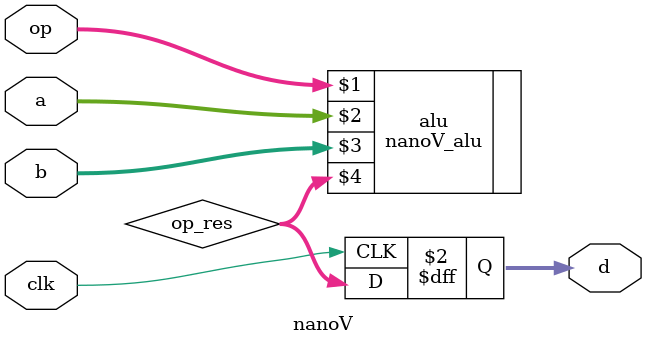
<source format=v>
/* A RISC-V core designed to use minimal area.
  
   Aim is to support RV32E 
 */

module nanoV (
    input clk,

    input [2:0] op,
    input [31:0] a,
    input [31:0] b,
    output reg [31:0] d
);

    wire [31:0] op_res;
    nanoV_alu alu(op, a, b, op_res);

    always @(posedge clk)
        d <= op_res;

endmodule
</source>
